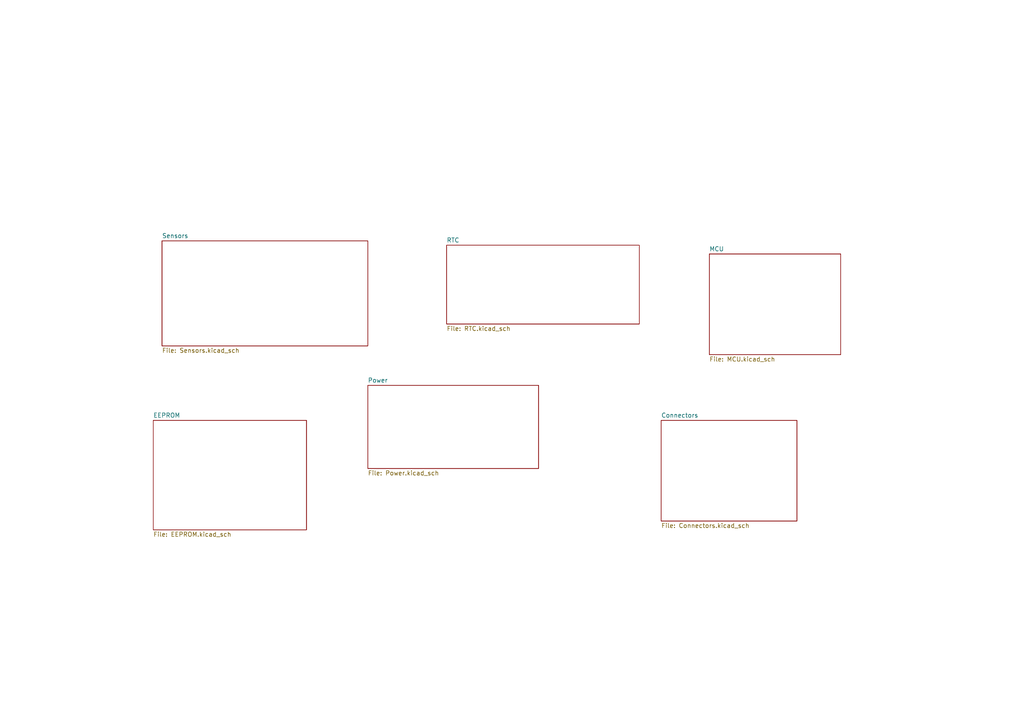
<source format=kicad_sch>
(kicad_sch
	(version 20250114)
	(generator "eeschema")
	(generator_version "9.0")
	(uuid "21693e23-c6b2-404c-9fd8-1ddc5d9cae0d")
	(paper "A4")
	(lib_symbols)
	(sheet
		(at 44.45 121.92)
		(size 44.45 31.75)
		(exclude_from_sim no)
		(in_bom yes)
		(on_board yes)
		(dnp no)
		(fields_autoplaced yes)
		(stroke
			(width 0.1524)
			(type solid)
		)
		(fill
			(color 0 0 0 0.0000)
		)
		(uuid "05ae2e05-5369-422d-af1e-3500891f43be")
		(property "Sheetname" "EEPROM"
			(at 44.45 121.2084 0)
			(effects
				(font
					(size 1.27 1.27)
				)
				(justify left bottom)
			)
		)
		(property "Sheetfile" "EEPROM.kicad_sch"
			(at 44.45 154.2546 0)
			(effects
				(font
					(size 1.27 1.27)
				)
				(justify left top)
			)
		)
		(instances
			(project "Agi_WSN"
				(path "/21693e23-c6b2-404c-9fd8-1ddc5d9cae0d"
					(page "6")
				)
			)
		)
	)
	(sheet
		(at 205.74 73.66)
		(size 38.1 29.21)
		(exclude_from_sim no)
		(in_bom yes)
		(on_board yes)
		(dnp no)
		(fields_autoplaced yes)
		(stroke
			(width 0.1524)
			(type solid)
		)
		(fill
			(color 0 0 0 0.0000)
		)
		(uuid "16a3b147-06d2-4af8-957e-4a8d579a62b1")
		(property "Sheetname" "MCU"
			(at 205.74 72.9484 0)
			(effects
				(font
					(size 1.27 1.27)
				)
				(justify left bottom)
			)
		)
		(property "Sheetfile" "MCU.kicad_sch"
			(at 205.74 103.4546 0)
			(effects
				(font
					(size 1.27 1.27)
				)
				(justify left top)
			)
		)
		(property "Field2" ""
			(at 205.74 73.66 0)
			(effects
				(font
					(size 1.27 1.27)
				)
			)
		)
		(instances
			(project "Agi_WSN"
				(path "/21693e23-c6b2-404c-9fd8-1ddc5d9cae0d"
					(page "5")
				)
			)
		)
	)
	(sheet
		(at 106.68 111.76)
		(size 49.53 24.13)
		(exclude_from_sim no)
		(in_bom yes)
		(on_board yes)
		(dnp no)
		(fields_autoplaced yes)
		(stroke
			(width 0.1524)
			(type solid)
		)
		(fill
			(color 0 0 0 0.0000)
		)
		(uuid "1b760c89-8d66-46c3-8adb-bb4e17f39028")
		(property "Sheetname" "Power"
			(at 106.68 111.0484 0)
			(effects
				(font
					(size 1.27 1.27)
				)
				(justify left bottom)
			)
		)
		(property "Sheetfile" "Power.kicad_sch"
			(at 106.68 136.4746 0)
			(effects
				(font
					(size 1.27 1.27)
				)
				(justify left top)
			)
		)
		(instances
			(project "Agi_WSN"
				(path "/21693e23-c6b2-404c-9fd8-1ddc5d9cae0d"
					(page "4")
				)
			)
		)
	)
	(sheet
		(at 46.99 69.85)
		(size 59.69 30.48)
		(exclude_from_sim no)
		(in_bom yes)
		(on_board yes)
		(dnp no)
		(fields_autoplaced yes)
		(stroke
			(width 0.1524)
			(type solid)
		)
		(fill
			(color 0 0 0 0.0000)
		)
		(uuid "24c05240-a04c-4638-b392-7cb0b38029d1")
		(property "Sheetname" "Sensors"
			(at 46.99 69.1384 0)
			(effects
				(font
					(size 1.27 1.27)
				)
				(justify left bottom)
			)
		)
		(property "Sheetfile" "Sensors.kicad_sch"
			(at 46.99 100.9146 0)
			(effects
				(font
					(size 1.27 1.27)
				)
				(justify left top)
			)
		)
		(property "Field2" ""
			(at 46.99 69.85 0)
			(effects
				(font
					(size 1.27 1.27)
				)
			)
		)
		(instances
			(project "Agi_WSN"
				(path "/21693e23-c6b2-404c-9fd8-1ddc5d9cae0d"
					(page "2")
				)
			)
		)
	)
	(sheet
		(at 191.77 121.92)
		(size 39.37 29.21)
		(exclude_from_sim no)
		(in_bom yes)
		(on_board yes)
		(dnp no)
		(fields_autoplaced yes)
		(stroke
			(width 0.1524)
			(type solid)
		)
		(fill
			(color 0 0 0 0.0000)
		)
		(uuid "496958a0-9c89-4ec2-a0b6-cadc0aba2ce0")
		(property "Sheetname" "Connectors"
			(at 191.77 121.2084 0)
			(effects
				(font
					(size 1.27 1.27)
				)
				(justify left bottom)
			)
		)
		(property "Sheetfile" "Connectors.kicad_sch"
			(at 191.77 151.7146 0)
			(effects
				(font
					(size 1.27 1.27)
				)
				(justify left top)
			)
		)
		(instances
			(project "Agi_WSN"
				(path "/21693e23-c6b2-404c-9fd8-1ddc5d9cae0d"
					(page "7")
				)
			)
		)
	)
	(sheet
		(at 129.54 71.12)
		(size 55.88 22.86)
		(exclude_from_sim no)
		(in_bom yes)
		(on_board yes)
		(dnp no)
		(fields_autoplaced yes)
		(stroke
			(width 0.1524)
			(type solid)
		)
		(fill
			(color 0 0 0 0.0000)
		)
		(uuid "9ca661d4-5930-43ec-88ad-ca299e745e3f")
		(property "Sheetname" "RTC"
			(at 129.54 70.4084 0)
			(effects
				(font
					(size 1.27 1.27)
				)
				(justify left bottom)
			)
		)
		(property "Sheetfile" "RTC.kicad_sch"
			(at 129.54 94.5646 0)
			(effects
				(font
					(size 1.27 1.27)
				)
				(justify left top)
			)
		)
		(instances
			(project "Agi_WSN"
				(path "/21693e23-c6b2-404c-9fd8-1ddc5d9cae0d"
					(page "3")
				)
			)
		)
	)
	(sheet_instances
		(path "/"
			(page "1")
		)
	)
	(embedded_fonts no)
)

</source>
